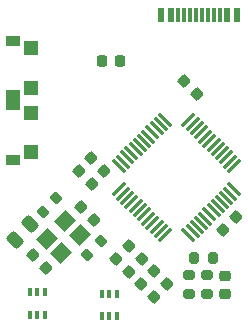
<source format=gbr>
%TF.GenerationSoftware,KiCad,Pcbnew,8.0.2*%
%TF.CreationDate,2024-07-01T07:37:42+02:00*%
%TF.ProjectId,ant control board v1.2,616e7420-636f-46e7-9472-6f6c20626f61,1.1*%
%TF.SameCoordinates,Original*%
%TF.FileFunction,Paste,Top*%
%TF.FilePolarity,Positive*%
%FSLAX46Y46*%
G04 Gerber Fmt 4.6, Leading zero omitted, Abs format (unit mm)*
G04 Created by KiCad (PCBNEW 8.0.2) date 2024-07-01 07:37:42*
%MOMM*%
%LPD*%
G01*
G04 APERTURE LIST*
G04 Aperture macros list*
%AMRoundRect*
0 Rectangle with rounded corners*
0 $1 Rounding radius*
0 $2 $3 $4 $5 $6 $7 $8 $9 X,Y pos of 4 corners*
0 Add a 4 corners polygon primitive as box body*
4,1,4,$2,$3,$4,$5,$6,$7,$8,$9,$2,$3,0*
0 Add four circle primitives for the rounded corners*
1,1,$1+$1,$2,$3*
1,1,$1+$1,$4,$5*
1,1,$1+$1,$6,$7*
1,1,$1+$1,$8,$9*
0 Add four rect primitives between the rounded corners*
20,1,$1+$1,$2,$3,$4,$5,0*
20,1,$1+$1,$4,$5,$6,$7,0*
20,1,$1+$1,$6,$7,$8,$9,0*
20,1,$1+$1,$8,$9,$2,$3,0*%
%AMRotRect*
0 Rectangle, with rotation*
0 The origin of the aperture is its center*
0 $1 length*
0 $2 width*
0 $3 Rotation angle, in degrees counterclockwise*
0 Add horizontal line*
21,1,$1,$2,0,0,$3*%
G04 Aperture macros list end*
%ADD10RotRect,1.400000X1.200000X225.000000*%
%ADD11RoundRect,0.200000X-0.275000X0.200000X-0.275000X-0.200000X0.275000X-0.200000X0.275000X0.200000X0*%
%ADD12RoundRect,0.225000X-0.017678X0.335876X-0.335876X0.017678X0.017678X-0.335876X0.335876X-0.017678X0*%
%ADD13RoundRect,0.225000X-0.250000X0.225000X-0.250000X-0.225000X0.250000X-0.225000X0.250000X0.225000X0*%
%ADD14RoundRect,0.225000X0.335876X0.017678X0.017678X0.335876X-0.335876X-0.017678X-0.017678X-0.335876X0*%
%ADD15RoundRect,0.100000X0.100000X-0.225000X0.100000X0.225000X-0.100000X0.225000X-0.100000X-0.225000X0*%
%ADD16RoundRect,0.225000X-0.335876X-0.017678X-0.017678X-0.335876X0.335876X0.017678X0.017678X0.335876X0*%
%ADD17RoundRect,0.200000X0.053033X-0.335876X0.335876X-0.053033X-0.053033X0.335876X-0.335876X0.053033X0*%
%ADD18RoundRect,0.200000X0.200000X0.275000X-0.200000X0.275000X-0.200000X-0.275000X0.200000X-0.275000X0*%
%ADD19R,1.200000X0.900000*%
%ADD20R,1.300000X1.200000*%
%ADD21RoundRect,0.225000X-0.225000X-0.250000X0.225000X-0.250000X0.225000X0.250000X-0.225000X0.250000X0*%
%ADD22RoundRect,0.075000X0.415425X-0.521491X0.521491X-0.415425X-0.415425X0.521491X-0.521491X0.415425X0*%
%ADD23RoundRect,0.075000X-0.415425X-0.521491X0.521491X0.415425X0.415425X0.521491X-0.521491X-0.415425X0*%
%ADD24R,0.600000X1.150000*%
%ADD25R,0.300000X1.150000*%
%ADD26RoundRect,0.243750X0.150260X-0.494975X0.494975X-0.150260X-0.150260X0.494975X-0.494975X0.150260X0*%
G04 APERTURE END LIST*
D10*
%TO.C,Y1*%
X144177658Y-93752423D03*
X142622023Y-95308058D03*
X141419942Y-94105977D03*
X142975577Y-92550342D03*
%TD*%
D11*
%TO.C,R3*%
X154940000Y-98792800D03*
X154940000Y-97142800D03*
%TD*%
D12*
%TO.C,C9*%
X148346792Y-96864808D03*
X149442808Y-95768792D03*
%TD*%
D11*
%TO.C,R2*%
X153416000Y-98792800D03*
X153416000Y-97142800D03*
%TD*%
D13*
%TO.C,C4*%
X156464000Y-98742800D03*
X156464000Y-97192800D03*
%TD*%
D12*
%TO.C,C8*%
X147279992Y-95798008D03*
X148376008Y-94701992D03*
%TD*%
D14*
%TO.C,C13*%
X144104992Y-88301192D03*
X145201008Y-89397208D03*
%TD*%
D15*
%TO.C,U8*%
X139939000Y-98618000D03*
X140589000Y-98618000D03*
X141239000Y-98618000D03*
X141239000Y-100518000D03*
X140589000Y-100518000D03*
X139939000Y-100518000D03*
%TD*%
D16*
%TO.C,C1*%
X145378808Y-92445208D03*
X144282792Y-91349192D03*
%TD*%
D14*
%TO.C,C12*%
X145171792Y-87234392D03*
X146267808Y-88330408D03*
%TD*%
D17*
%TO.C,R4*%
X145972963Y-94260237D03*
X144806237Y-95426963D03*
%TD*%
D14*
%TO.C,C2*%
X140218792Y-95413192D03*
X141314808Y-96509208D03*
%TD*%
D18*
%TO.C,R1*%
X153861000Y-95681800D03*
X155511000Y-95681800D03*
%TD*%
D12*
%TO.C,C16*%
X149413592Y-97931608D03*
X150509608Y-96835592D03*
%TD*%
%TO.C,C15*%
X150480392Y-98998408D03*
X151576408Y-97902392D03*
%TD*%
D19*
%TO.C,SW1*%
X138544000Y-82790000D03*
X138544000Y-87390000D03*
D20*
X140094000Y-83415000D03*
X140094000Y-86765000D03*
%TD*%
D12*
%TO.C,C10*%
X156322392Y-93359608D03*
X157418408Y-92263592D03*
%TD*%
D19*
%TO.C,SW2*%
X138544000Y-77329000D03*
X138544000Y-81929000D03*
D20*
X140094000Y-77954000D03*
X140094000Y-81304000D03*
%TD*%
D17*
%TO.C,R5*%
X142213763Y-90653437D03*
X141047037Y-91820163D03*
%TD*%
D14*
%TO.C,C11*%
X152994992Y-80731992D03*
X154091008Y-81828008D03*
%TD*%
D15*
%TO.C,U9*%
X146035000Y-98745000D03*
X146685000Y-98745000D03*
X147335000Y-98745000D03*
X147335000Y-100645000D03*
X146685000Y-100645000D03*
X146035000Y-100645000D03*
%TD*%
D21*
%TO.C,C3*%
X147587000Y-79044800D03*
X146037000Y-79044800D03*
%TD*%
D22*
%TO.C,U2*%
X147512124Y-87901212D03*
X147865678Y-87547658D03*
X148219231Y-87194105D03*
X148572785Y-86840551D03*
X148926338Y-86486998D03*
X149279891Y-86133445D03*
X149633445Y-85779891D03*
X149986998Y-85426338D03*
X150340551Y-85072785D03*
X150694105Y-84719231D03*
X151047658Y-84365678D03*
X151401212Y-84012124D03*
D23*
X153398788Y-84012124D03*
X153752342Y-84365678D03*
X154105895Y-84719231D03*
X154459449Y-85072785D03*
X154813002Y-85426338D03*
X155166555Y-85779891D03*
X155520109Y-86133445D03*
X155873662Y-86486998D03*
X156227215Y-86840551D03*
X156580769Y-87194105D03*
X156934322Y-87547658D03*
X157287876Y-87901212D03*
D22*
X157287876Y-89898788D03*
X156934322Y-90252342D03*
X156580769Y-90605895D03*
X156227215Y-90959449D03*
X155873662Y-91313002D03*
X155520109Y-91666555D03*
X155166555Y-92020109D03*
X154813002Y-92373662D03*
X154459449Y-92727215D03*
X154105895Y-93080769D03*
X153752342Y-93434322D03*
X153398788Y-93787876D03*
D23*
X151401212Y-93787876D03*
X151047658Y-93434322D03*
X150694105Y-93080769D03*
X150340551Y-92727215D03*
X149986998Y-92373662D03*
X149633445Y-92020109D03*
X149279891Y-91666555D03*
X148926338Y-91313002D03*
X148572785Y-90959449D03*
X148219231Y-90605895D03*
X147865678Y-90252342D03*
X147512124Y-89898788D03*
%TD*%
D24*
%TO.C,J4*%
X151093000Y-75110500D03*
X151893000Y-75110500D03*
D25*
X152543000Y-75110500D03*
X153043000Y-75110500D03*
X153543000Y-75110500D03*
X154043000Y-75110500D03*
X154543000Y-75110500D03*
X155043000Y-75110500D03*
X155543000Y-75110500D03*
X156043000Y-75110500D03*
D24*
X156693000Y-75110500D03*
X157493000Y-75110500D03*
%TD*%
D26*
%TO.C,D1*%
X140007313Y-92859887D03*
X138681487Y-94185713D03*
%TD*%
M02*

</source>
